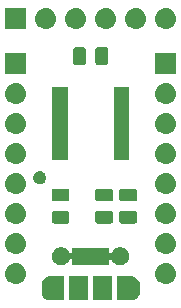
<source format=gbr>
G04 #@! TF.GenerationSoftware,KiCad,Pcbnew,(5.1.4)-1*
G04 #@! TF.CreationDate,2020-11-09T21:53:23-05:00*
G04 #@! TF.ProjectId,ft221x,66743232-3178-42e6-9b69-6361645f7063,2020-02*
G04 #@! TF.SameCoordinates,Original*
G04 #@! TF.FileFunction,Soldermask,Top*
G04 #@! TF.FilePolarity,Negative*
%FSLAX46Y46*%
G04 Gerber Fmt 4.6, Leading zero omitted, Abs format (unit mm)*
G04 Created by KiCad (PCBNEW (5.1.4)-1) date 2020-11-09 21:53:23*
%MOMM*%
%LPD*%
G04 APERTURE LIST*
%ADD10C,0.100000*%
G04 APERTURE END LIST*
D10*
G36*
X25735862Y-49765898D02*
G01*
X25748114Y-49766500D01*
X26961000Y-49766500D01*
X26961000Y-51768500D01*
X25748114Y-51768500D01*
X25735862Y-51769102D01*
X25710000Y-51771649D01*
X25684138Y-51769102D01*
X25671886Y-51768500D01*
X25598594Y-51768500D01*
X25581836Y-51759543D01*
X25570299Y-51755415D01*
X25485307Y-51729632D01*
X25459664Y-51721854D01*
X25346575Y-51661406D01*
X25247447Y-51580054D01*
X25166094Y-51480924D01*
X25105646Y-51367835D01*
X25095960Y-51335903D01*
X25068420Y-51245117D01*
X25059000Y-51149472D01*
X25059000Y-50385527D01*
X25068420Y-50289882D01*
X25105645Y-50167168D01*
X25166096Y-50054074D01*
X25183400Y-50032989D01*
X25247447Y-49954946D01*
X25346576Y-49873594D01*
X25459666Y-49813146D01*
X25459669Y-49813145D01*
X25570290Y-49779588D01*
X25592925Y-49770212D01*
X25598481Y-49766500D01*
X25671886Y-49766500D01*
X25684138Y-49765898D01*
X25710000Y-49763351D01*
X25735862Y-49765898D01*
X25735862Y-49765898D01*
G37*
G36*
X32735862Y-49765898D02*
G01*
X32748114Y-49766500D01*
X32821406Y-49766500D01*
X32838164Y-49775457D01*
X32849707Y-49779587D01*
X32960331Y-49813145D01*
X32960334Y-49813146D01*
X33073424Y-49873594D01*
X33172554Y-49954947D01*
X33253906Y-50054075D01*
X33314354Y-50167164D01*
X33315270Y-50170185D01*
X33351580Y-50289882D01*
X33361000Y-50385527D01*
X33361000Y-51149473D01*
X33351580Y-51245118D01*
X33324040Y-51335904D01*
X33314354Y-51367836D01*
X33253906Y-51480925D01*
X33172554Y-51580054D01*
X33073425Y-51661406D01*
X32960336Y-51721854D01*
X32934693Y-51729632D01*
X32849708Y-51755413D01*
X32827075Y-51764787D01*
X32821518Y-51768500D01*
X32748114Y-51768500D01*
X32735862Y-51769102D01*
X32710000Y-51771649D01*
X32684138Y-51769102D01*
X32671886Y-51768500D01*
X31459000Y-51768500D01*
X31459000Y-49766500D01*
X32671886Y-49766500D01*
X32684138Y-49765898D01*
X32710000Y-49763351D01*
X32735862Y-49765898D01*
X32735862Y-49765898D01*
G37*
G36*
X31011000Y-51768500D02*
G01*
X29409000Y-51768500D01*
X29409000Y-49766500D01*
X31011000Y-49766500D01*
X31011000Y-51768500D01*
X31011000Y-51768500D01*
G37*
G36*
X29011000Y-51768500D02*
G01*
X27409000Y-51768500D01*
X27409000Y-49766500D01*
X29011000Y-49766500D01*
X29011000Y-51768500D01*
X29011000Y-51768500D01*
G37*
G36*
X22970443Y-48635519D02*
G01*
X23036627Y-48642037D01*
X23206466Y-48693557D01*
X23362991Y-48777222D01*
X23398729Y-48806552D01*
X23500186Y-48889814D01*
X23583448Y-48991271D01*
X23612778Y-49027009D01*
X23696443Y-49183534D01*
X23747963Y-49353373D01*
X23765359Y-49530000D01*
X23747963Y-49706627D01*
X23696443Y-49876466D01*
X23612778Y-50032991D01*
X23583448Y-50068729D01*
X23500186Y-50170186D01*
X23398729Y-50253448D01*
X23362991Y-50282778D01*
X23206466Y-50366443D01*
X23036627Y-50417963D01*
X22970442Y-50424482D01*
X22904260Y-50431000D01*
X22815740Y-50431000D01*
X22749558Y-50424482D01*
X22683373Y-50417963D01*
X22513534Y-50366443D01*
X22357009Y-50282778D01*
X22321271Y-50253448D01*
X22219814Y-50170186D01*
X22136552Y-50068729D01*
X22107222Y-50032991D01*
X22023557Y-49876466D01*
X21972037Y-49706627D01*
X21954641Y-49530000D01*
X21972037Y-49353373D01*
X22023557Y-49183534D01*
X22107222Y-49027009D01*
X22136552Y-48991271D01*
X22219814Y-48889814D01*
X22321271Y-48806552D01*
X22357009Y-48777222D01*
X22513534Y-48693557D01*
X22683373Y-48642037D01*
X22749557Y-48635519D01*
X22815740Y-48629000D01*
X22904260Y-48629000D01*
X22970443Y-48635519D01*
X22970443Y-48635519D01*
G37*
G36*
X35670443Y-48635519D02*
G01*
X35736627Y-48642037D01*
X35906466Y-48693557D01*
X36062991Y-48777222D01*
X36098729Y-48806552D01*
X36200186Y-48889814D01*
X36283448Y-48991271D01*
X36312778Y-49027009D01*
X36396443Y-49183534D01*
X36447963Y-49353373D01*
X36465359Y-49530000D01*
X36447963Y-49706627D01*
X36396443Y-49876466D01*
X36312778Y-50032991D01*
X36283448Y-50068729D01*
X36200186Y-50170186D01*
X36098729Y-50253448D01*
X36062991Y-50282778D01*
X35906466Y-50366443D01*
X35736627Y-50417963D01*
X35670443Y-50424481D01*
X35604260Y-50431000D01*
X35515740Y-50431000D01*
X35449558Y-50424482D01*
X35383373Y-50417963D01*
X35213534Y-50366443D01*
X35057009Y-50282778D01*
X35021271Y-50253448D01*
X34919814Y-50170186D01*
X34836552Y-50068729D01*
X34807222Y-50032991D01*
X34723557Y-49876466D01*
X34672037Y-49706627D01*
X34654641Y-49530000D01*
X34672037Y-49353373D01*
X34723557Y-49183534D01*
X34807222Y-49027009D01*
X34836552Y-48991271D01*
X34919814Y-48889814D01*
X35021271Y-48806552D01*
X35057009Y-48777222D01*
X35213534Y-48693557D01*
X35383373Y-48642037D01*
X35449557Y-48635519D01*
X35515740Y-48629000D01*
X35604260Y-48629000D01*
X35670443Y-48635519D01*
X35670443Y-48635519D01*
G37*
G36*
X26936348Y-47321320D02*
G01*
X26936350Y-47321321D01*
X26936351Y-47321321D01*
X27077574Y-47379817D01*
X27077577Y-47379819D01*
X27204669Y-47464739D01*
X27312761Y-47572831D01*
X27351083Y-47630185D01*
X27397683Y-47699926D01*
X27415433Y-47742779D01*
X27418517Y-47750225D01*
X27430068Y-47771836D01*
X27445614Y-47790778D01*
X27464556Y-47806323D01*
X27486166Y-47817874D01*
X27509615Y-47824987D01*
X27534001Y-47827389D01*
X27558387Y-47824987D01*
X27581836Y-47817874D01*
X27603447Y-47806323D01*
X27622389Y-47790777D01*
X27637934Y-47771835D01*
X27649485Y-47750225D01*
X27656598Y-47726776D01*
X27659000Y-47702390D01*
X27659000Y-47341500D01*
X30761000Y-47341500D01*
X30761000Y-47702390D01*
X30763402Y-47726776D01*
X30770515Y-47750225D01*
X30782066Y-47771836D01*
X30797611Y-47790778D01*
X30816553Y-47806323D01*
X30838164Y-47817874D01*
X30861613Y-47824987D01*
X30885999Y-47827389D01*
X30910385Y-47824987D01*
X30933834Y-47817874D01*
X30955445Y-47806323D01*
X30974387Y-47790778D01*
X30989932Y-47771836D01*
X31001483Y-47750225D01*
X31004567Y-47742779D01*
X31022317Y-47699926D01*
X31068917Y-47630185D01*
X31107239Y-47572831D01*
X31215331Y-47464739D01*
X31342423Y-47379819D01*
X31342426Y-47379817D01*
X31483649Y-47321321D01*
X31483650Y-47321321D01*
X31483652Y-47321320D01*
X31633569Y-47291500D01*
X31786431Y-47291500D01*
X31936348Y-47321320D01*
X31936350Y-47321321D01*
X31936351Y-47321321D01*
X32077574Y-47379817D01*
X32077577Y-47379819D01*
X32204669Y-47464739D01*
X32312761Y-47572831D01*
X32351084Y-47630186D01*
X32397683Y-47699926D01*
X32456179Y-47841149D01*
X32486000Y-47991071D01*
X32486000Y-48143929D01*
X32456179Y-48293851D01*
X32397683Y-48435074D01*
X32397682Y-48435075D01*
X32397681Y-48435077D01*
X32312761Y-48562169D01*
X32204669Y-48670261D01*
X32077577Y-48755181D01*
X32077574Y-48755183D01*
X31936351Y-48813679D01*
X31936350Y-48813679D01*
X31936348Y-48813680D01*
X31786431Y-48843500D01*
X31633569Y-48843500D01*
X31483652Y-48813680D01*
X31483650Y-48813679D01*
X31483649Y-48813679D01*
X31342426Y-48755183D01*
X31342423Y-48755181D01*
X31215331Y-48670261D01*
X31107239Y-48562169D01*
X31022318Y-48435075D01*
X31022317Y-48435074D01*
X31001481Y-48384772D01*
X30989932Y-48363164D01*
X30974386Y-48344222D01*
X30955444Y-48328677D01*
X30933834Y-48317126D01*
X30910385Y-48310013D01*
X30885999Y-48307611D01*
X30861613Y-48310013D01*
X30838164Y-48317126D01*
X30816553Y-48328677D01*
X30797611Y-48344223D01*
X30782066Y-48363165D01*
X30770515Y-48384775D01*
X30763402Y-48408224D01*
X30761000Y-48432610D01*
X30761000Y-48793500D01*
X27659000Y-48793500D01*
X27659000Y-48432610D01*
X27656598Y-48408224D01*
X27649485Y-48384775D01*
X27637934Y-48363164D01*
X27622389Y-48344222D01*
X27603447Y-48328677D01*
X27581836Y-48317126D01*
X27558387Y-48310013D01*
X27534001Y-48307611D01*
X27509615Y-48310013D01*
X27486166Y-48317126D01*
X27464555Y-48328677D01*
X27445613Y-48344222D01*
X27430068Y-48363164D01*
X27418519Y-48384772D01*
X27397683Y-48435074D01*
X27397682Y-48435075D01*
X27312761Y-48562169D01*
X27204669Y-48670261D01*
X27077577Y-48755181D01*
X27077574Y-48755183D01*
X26936351Y-48813679D01*
X26936350Y-48813679D01*
X26936348Y-48813680D01*
X26786431Y-48843500D01*
X26633569Y-48843500D01*
X26483652Y-48813680D01*
X26483650Y-48813679D01*
X26483649Y-48813679D01*
X26342426Y-48755183D01*
X26342423Y-48755181D01*
X26215331Y-48670261D01*
X26107239Y-48562169D01*
X26022319Y-48435077D01*
X26022318Y-48435075D01*
X26022317Y-48435074D01*
X25963821Y-48293851D01*
X25934000Y-48143929D01*
X25934000Y-47991071D01*
X25963821Y-47841149D01*
X26022317Y-47699926D01*
X26068916Y-47630186D01*
X26107239Y-47572831D01*
X26215331Y-47464739D01*
X26342423Y-47379819D01*
X26342426Y-47379817D01*
X26483649Y-47321321D01*
X26483650Y-47321321D01*
X26483652Y-47321320D01*
X26633569Y-47291500D01*
X26786431Y-47291500D01*
X26936348Y-47321320D01*
X26936348Y-47321320D01*
G37*
G36*
X22970442Y-46095518D02*
G01*
X23036627Y-46102037D01*
X23206466Y-46153557D01*
X23362991Y-46237222D01*
X23398729Y-46266552D01*
X23500186Y-46349814D01*
X23583448Y-46451271D01*
X23612778Y-46487009D01*
X23696443Y-46643534D01*
X23747963Y-46813373D01*
X23765359Y-46990000D01*
X23747963Y-47166627D01*
X23696443Y-47336466D01*
X23612778Y-47492991D01*
X23583448Y-47528729D01*
X23500186Y-47630186D01*
X23415206Y-47699926D01*
X23362991Y-47742778D01*
X23206466Y-47826443D01*
X23036627Y-47877963D01*
X22970443Y-47884481D01*
X22904260Y-47891000D01*
X22815740Y-47891000D01*
X22749557Y-47884481D01*
X22683373Y-47877963D01*
X22513534Y-47826443D01*
X22357009Y-47742778D01*
X22304794Y-47699926D01*
X22219814Y-47630186D01*
X22136552Y-47528729D01*
X22107222Y-47492991D01*
X22023557Y-47336466D01*
X21972037Y-47166627D01*
X21954641Y-46990000D01*
X21972037Y-46813373D01*
X22023557Y-46643534D01*
X22107222Y-46487009D01*
X22136552Y-46451271D01*
X22219814Y-46349814D01*
X22321271Y-46266552D01*
X22357009Y-46237222D01*
X22513534Y-46153557D01*
X22683373Y-46102037D01*
X22749558Y-46095518D01*
X22815740Y-46089000D01*
X22904260Y-46089000D01*
X22970442Y-46095518D01*
X22970442Y-46095518D01*
G37*
G36*
X35670442Y-46095518D02*
G01*
X35736627Y-46102037D01*
X35906466Y-46153557D01*
X36062991Y-46237222D01*
X36098729Y-46266552D01*
X36200186Y-46349814D01*
X36283448Y-46451271D01*
X36312778Y-46487009D01*
X36396443Y-46643534D01*
X36447963Y-46813373D01*
X36465359Y-46990000D01*
X36447963Y-47166627D01*
X36396443Y-47336466D01*
X36312778Y-47492991D01*
X36283448Y-47528729D01*
X36200186Y-47630186D01*
X36115206Y-47699926D01*
X36062991Y-47742778D01*
X35906466Y-47826443D01*
X35736627Y-47877963D01*
X35670443Y-47884481D01*
X35604260Y-47891000D01*
X35515740Y-47891000D01*
X35449557Y-47884481D01*
X35383373Y-47877963D01*
X35213534Y-47826443D01*
X35057009Y-47742778D01*
X35004794Y-47699926D01*
X34919814Y-47630186D01*
X34836552Y-47528729D01*
X34807222Y-47492991D01*
X34723557Y-47336466D01*
X34672037Y-47166627D01*
X34654641Y-46990000D01*
X34672037Y-46813373D01*
X34723557Y-46643534D01*
X34807222Y-46487009D01*
X34836552Y-46451271D01*
X34919814Y-46349814D01*
X35021271Y-46266552D01*
X35057009Y-46237222D01*
X35213534Y-46153557D01*
X35383373Y-46102037D01*
X35449558Y-46095518D01*
X35515740Y-46089000D01*
X35604260Y-46089000D01*
X35670442Y-46095518D01*
X35670442Y-46095518D01*
G37*
G36*
X22970443Y-43555519D02*
G01*
X23036627Y-43562037D01*
X23206466Y-43613557D01*
X23362991Y-43697222D01*
X23398729Y-43726552D01*
X23500186Y-43809814D01*
X23583448Y-43911271D01*
X23612778Y-43947009D01*
X23696443Y-44103534D01*
X23747963Y-44273373D01*
X23765359Y-44450000D01*
X23747963Y-44626627D01*
X23696443Y-44796466D01*
X23612778Y-44952991D01*
X23583448Y-44988729D01*
X23500186Y-45090186D01*
X23411292Y-45163138D01*
X23362991Y-45202778D01*
X23206466Y-45286443D01*
X23036627Y-45337963D01*
X22970442Y-45344482D01*
X22904260Y-45351000D01*
X22815740Y-45351000D01*
X22749558Y-45344482D01*
X22683373Y-45337963D01*
X22513534Y-45286443D01*
X22357009Y-45202778D01*
X22308708Y-45163138D01*
X22219814Y-45090186D01*
X22136552Y-44988729D01*
X22107222Y-44952991D01*
X22023557Y-44796466D01*
X21972037Y-44626627D01*
X21954641Y-44450000D01*
X21972037Y-44273373D01*
X22023557Y-44103534D01*
X22107222Y-43947009D01*
X22136552Y-43911271D01*
X22219814Y-43809814D01*
X22321271Y-43726552D01*
X22357009Y-43697222D01*
X22513534Y-43613557D01*
X22683373Y-43562037D01*
X22749557Y-43555519D01*
X22815740Y-43549000D01*
X22904260Y-43549000D01*
X22970443Y-43555519D01*
X22970443Y-43555519D01*
G37*
G36*
X35670443Y-43555519D02*
G01*
X35736627Y-43562037D01*
X35906466Y-43613557D01*
X36062991Y-43697222D01*
X36098729Y-43726552D01*
X36200186Y-43809814D01*
X36283448Y-43911271D01*
X36312778Y-43947009D01*
X36396443Y-44103534D01*
X36447963Y-44273373D01*
X36465359Y-44450000D01*
X36447963Y-44626627D01*
X36396443Y-44796466D01*
X36312778Y-44952991D01*
X36283448Y-44988729D01*
X36200186Y-45090186D01*
X36111292Y-45163138D01*
X36062991Y-45202778D01*
X35906466Y-45286443D01*
X35736627Y-45337963D01*
X35670442Y-45344482D01*
X35604260Y-45351000D01*
X35515740Y-45351000D01*
X35449558Y-45344482D01*
X35383373Y-45337963D01*
X35213534Y-45286443D01*
X35057009Y-45202778D01*
X35008708Y-45163138D01*
X34919814Y-45090186D01*
X34836552Y-44988729D01*
X34807222Y-44952991D01*
X34723557Y-44796466D01*
X34672037Y-44626627D01*
X34654641Y-44450000D01*
X34672037Y-44273373D01*
X34723557Y-44103534D01*
X34807222Y-43947009D01*
X34836552Y-43911271D01*
X34919814Y-43809814D01*
X35021271Y-43726552D01*
X35057009Y-43697222D01*
X35213534Y-43613557D01*
X35383373Y-43562037D01*
X35449557Y-43555519D01*
X35515740Y-43549000D01*
X35604260Y-43549000D01*
X35670443Y-43555519D01*
X35670443Y-43555519D01*
G37*
G36*
X30937468Y-44218565D02*
G01*
X30976138Y-44230296D01*
X31011777Y-44249346D01*
X31043017Y-44274983D01*
X31068654Y-44306223D01*
X31087704Y-44341862D01*
X31099435Y-44380532D01*
X31104000Y-44426888D01*
X31104000Y-45078112D01*
X31099435Y-45124468D01*
X31087704Y-45163138D01*
X31068654Y-45198777D01*
X31043017Y-45230017D01*
X31011777Y-45255654D01*
X30976138Y-45274704D01*
X30937468Y-45286435D01*
X30891112Y-45291000D01*
X29814888Y-45291000D01*
X29768532Y-45286435D01*
X29729862Y-45274704D01*
X29694223Y-45255654D01*
X29662983Y-45230017D01*
X29637346Y-45198777D01*
X29618296Y-45163138D01*
X29606565Y-45124468D01*
X29602000Y-45078112D01*
X29602000Y-44426888D01*
X29606565Y-44380532D01*
X29618296Y-44341862D01*
X29637346Y-44306223D01*
X29662983Y-44274983D01*
X29694223Y-44249346D01*
X29729862Y-44230296D01*
X29768532Y-44218565D01*
X29814888Y-44214000D01*
X30891112Y-44214000D01*
X30937468Y-44218565D01*
X30937468Y-44218565D01*
G37*
G36*
X27254468Y-44218565D02*
G01*
X27293138Y-44230296D01*
X27328777Y-44249346D01*
X27360017Y-44274983D01*
X27385654Y-44306223D01*
X27404704Y-44341862D01*
X27416435Y-44380532D01*
X27421000Y-44426888D01*
X27421000Y-45078112D01*
X27416435Y-45124468D01*
X27404704Y-45163138D01*
X27385654Y-45198777D01*
X27360017Y-45230017D01*
X27328777Y-45255654D01*
X27293138Y-45274704D01*
X27254468Y-45286435D01*
X27208112Y-45291000D01*
X26131888Y-45291000D01*
X26085532Y-45286435D01*
X26046862Y-45274704D01*
X26011223Y-45255654D01*
X25979983Y-45230017D01*
X25954346Y-45198777D01*
X25935296Y-45163138D01*
X25923565Y-45124468D01*
X25919000Y-45078112D01*
X25919000Y-44426888D01*
X25923565Y-44380532D01*
X25935296Y-44341862D01*
X25954346Y-44306223D01*
X25979983Y-44274983D01*
X26011223Y-44249346D01*
X26046862Y-44230296D01*
X26085532Y-44218565D01*
X26131888Y-44214000D01*
X27208112Y-44214000D01*
X27254468Y-44218565D01*
X27254468Y-44218565D01*
G37*
G36*
X32969468Y-44218565D02*
G01*
X33008138Y-44230296D01*
X33043777Y-44249346D01*
X33075017Y-44274983D01*
X33100654Y-44306223D01*
X33119704Y-44341862D01*
X33131435Y-44380532D01*
X33136000Y-44426888D01*
X33136000Y-45078112D01*
X33131435Y-45124468D01*
X33119704Y-45163138D01*
X33100654Y-45198777D01*
X33075017Y-45230017D01*
X33043777Y-45255654D01*
X33008138Y-45274704D01*
X32969468Y-45286435D01*
X32923112Y-45291000D01*
X31846888Y-45291000D01*
X31800532Y-45286435D01*
X31761862Y-45274704D01*
X31726223Y-45255654D01*
X31694983Y-45230017D01*
X31669346Y-45198777D01*
X31650296Y-45163138D01*
X31638565Y-45124468D01*
X31634000Y-45078112D01*
X31634000Y-44426888D01*
X31638565Y-44380532D01*
X31650296Y-44341862D01*
X31669346Y-44306223D01*
X31694983Y-44274983D01*
X31726223Y-44249346D01*
X31761862Y-44230296D01*
X31800532Y-44218565D01*
X31846888Y-44214000D01*
X32923112Y-44214000D01*
X32969468Y-44218565D01*
X32969468Y-44218565D01*
G37*
G36*
X32969468Y-42343565D02*
G01*
X33008138Y-42355296D01*
X33043777Y-42374346D01*
X33075017Y-42399983D01*
X33100654Y-42431223D01*
X33119704Y-42466862D01*
X33131435Y-42505532D01*
X33136000Y-42551888D01*
X33136000Y-43203112D01*
X33131435Y-43249468D01*
X33119704Y-43288138D01*
X33100654Y-43323777D01*
X33075017Y-43355017D01*
X33043777Y-43380654D01*
X33008138Y-43399704D01*
X32969468Y-43411435D01*
X32923112Y-43416000D01*
X31846888Y-43416000D01*
X31800532Y-43411435D01*
X31761862Y-43399704D01*
X31726223Y-43380654D01*
X31694983Y-43355017D01*
X31669346Y-43323777D01*
X31650296Y-43288138D01*
X31638565Y-43249468D01*
X31634000Y-43203112D01*
X31634000Y-42551888D01*
X31638565Y-42505532D01*
X31650296Y-42466862D01*
X31669346Y-42431223D01*
X31694983Y-42399983D01*
X31726223Y-42374346D01*
X31761862Y-42355296D01*
X31800532Y-42343565D01*
X31846888Y-42339000D01*
X32923112Y-42339000D01*
X32969468Y-42343565D01*
X32969468Y-42343565D01*
G37*
G36*
X30937468Y-42343565D02*
G01*
X30976138Y-42355296D01*
X31011777Y-42374346D01*
X31043017Y-42399983D01*
X31068654Y-42431223D01*
X31087704Y-42466862D01*
X31099435Y-42505532D01*
X31104000Y-42551888D01*
X31104000Y-43203112D01*
X31099435Y-43249468D01*
X31087704Y-43288138D01*
X31068654Y-43323777D01*
X31043017Y-43355017D01*
X31011777Y-43380654D01*
X30976138Y-43399704D01*
X30937468Y-43411435D01*
X30891112Y-43416000D01*
X29814888Y-43416000D01*
X29768532Y-43411435D01*
X29729862Y-43399704D01*
X29694223Y-43380654D01*
X29662983Y-43355017D01*
X29637346Y-43323777D01*
X29618296Y-43288138D01*
X29606565Y-43249468D01*
X29602000Y-43203112D01*
X29602000Y-42551888D01*
X29606565Y-42505532D01*
X29618296Y-42466862D01*
X29637346Y-42431223D01*
X29662983Y-42399983D01*
X29694223Y-42374346D01*
X29729862Y-42355296D01*
X29768532Y-42343565D01*
X29814888Y-42339000D01*
X30891112Y-42339000D01*
X30937468Y-42343565D01*
X30937468Y-42343565D01*
G37*
G36*
X27254468Y-42343565D02*
G01*
X27293138Y-42355296D01*
X27328777Y-42374346D01*
X27360017Y-42399983D01*
X27385654Y-42431223D01*
X27404704Y-42466862D01*
X27416435Y-42505532D01*
X27421000Y-42551888D01*
X27421000Y-43203112D01*
X27416435Y-43249468D01*
X27404704Y-43288138D01*
X27385654Y-43323777D01*
X27360017Y-43355017D01*
X27328777Y-43380654D01*
X27293138Y-43399704D01*
X27254468Y-43411435D01*
X27208112Y-43416000D01*
X26131888Y-43416000D01*
X26085532Y-43411435D01*
X26046862Y-43399704D01*
X26011223Y-43380654D01*
X25979983Y-43355017D01*
X25954346Y-43323777D01*
X25935296Y-43288138D01*
X25923565Y-43249468D01*
X25919000Y-43203112D01*
X25919000Y-42551888D01*
X25923565Y-42505532D01*
X25935296Y-42466862D01*
X25954346Y-42431223D01*
X25979983Y-42399983D01*
X26011223Y-42374346D01*
X26046862Y-42355296D01*
X26085532Y-42343565D01*
X26131888Y-42339000D01*
X27208112Y-42339000D01*
X27254468Y-42343565D01*
X27254468Y-42343565D01*
G37*
G36*
X35670442Y-41015518D02*
G01*
X35736627Y-41022037D01*
X35906466Y-41073557D01*
X36062991Y-41157222D01*
X36098729Y-41186552D01*
X36200186Y-41269814D01*
X36283448Y-41371271D01*
X36312778Y-41407009D01*
X36312779Y-41407011D01*
X36396009Y-41562721D01*
X36396443Y-41563534D01*
X36447963Y-41733373D01*
X36465359Y-41910000D01*
X36447963Y-42086627D01*
X36396443Y-42256466D01*
X36312778Y-42412991D01*
X36308781Y-42417861D01*
X36200186Y-42550186D01*
X36098729Y-42633448D01*
X36062991Y-42662778D01*
X35906466Y-42746443D01*
X35736627Y-42797963D01*
X35670443Y-42804481D01*
X35604260Y-42811000D01*
X35515740Y-42811000D01*
X35449557Y-42804481D01*
X35383373Y-42797963D01*
X35213534Y-42746443D01*
X35057009Y-42662778D01*
X35021271Y-42633448D01*
X34919814Y-42550186D01*
X34811219Y-42417861D01*
X34807222Y-42412991D01*
X34723557Y-42256466D01*
X34672037Y-42086627D01*
X34654641Y-41910000D01*
X34672037Y-41733373D01*
X34723557Y-41563534D01*
X34723992Y-41562721D01*
X34807221Y-41407011D01*
X34807222Y-41407009D01*
X34836552Y-41371271D01*
X34919814Y-41269814D01*
X35021271Y-41186552D01*
X35057009Y-41157222D01*
X35213534Y-41073557D01*
X35383373Y-41022037D01*
X35449558Y-41015518D01*
X35515740Y-41009000D01*
X35604260Y-41009000D01*
X35670442Y-41015518D01*
X35670442Y-41015518D01*
G37*
G36*
X22970442Y-41015518D02*
G01*
X23036627Y-41022037D01*
X23206466Y-41073557D01*
X23362991Y-41157222D01*
X23398729Y-41186552D01*
X23500186Y-41269814D01*
X23583448Y-41371271D01*
X23612778Y-41407009D01*
X23612779Y-41407011D01*
X23696009Y-41562721D01*
X23696443Y-41563534D01*
X23747963Y-41733373D01*
X23765359Y-41910000D01*
X23747963Y-42086627D01*
X23696443Y-42256466D01*
X23612778Y-42412991D01*
X23608781Y-42417861D01*
X23500186Y-42550186D01*
X23398729Y-42633448D01*
X23362991Y-42662778D01*
X23206466Y-42746443D01*
X23036627Y-42797963D01*
X22970443Y-42804481D01*
X22904260Y-42811000D01*
X22815740Y-42811000D01*
X22749557Y-42804481D01*
X22683373Y-42797963D01*
X22513534Y-42746443D01*
X22357009Y-42662778D01*
X22321271Y-42633448D01*
X22219814Y-42550186D01*
X22111219Y-42417861D01*
X22107222Y-42412991D01*
X22023557Y-42256466D01*
X21972037Y-42086627D01*
X21954641Y-41910000D01*
X21972037Y-41733373D01*
X22023557Y-41563534D01*
X22023992Y-41562721D01*
X22107221Y-41407011D01*
X22107222Y-41407009D01*
X22136552Y-41371271D01*
X22219814Y-41269814D01*
X22321271Y-41186552D01*
X22357009Y-41157222D01*
X22513534Y-41073557D01*
X22683373Y-41022037D01*
X22749558Y-41015518D01*
X22815740Y-41009000D01*
X22904260Y-41009000D01*
X22970442Y-41015518D01*
X22970442Y-41015518D01*
G37*
G36*
X25052721Y-40872174D02*
G01*
X25152995Y-40913709D01*
X25152996Y-40913710D01*
X25243242Y-40974010D01*
X25319990Y-41050758D01*
X25319991Y-41050760D01*
X25380291Y-41141005D01*
X25421826Y-41241279D01*
X25443000Y-41347730D01*
X25443000Y-41456270D01*
X25421826Y-41562721D01*
X25380291Y-41662995D01*
X25380290Y-41662996D01*
X25319990Y-41753242D01*
X25243242Y-41829990D01*
X25197812Y-41860345D01*
X25152995Y-41890291D01*
X25052721Y-41931826D01*
X24946270Y-41953000D01*
X24837730Y-41953000D01*
X24731279Y-41931826D01*
X24631005Y-41890291D01*
X24586188Y-41860345D01*
X24540758Y-41829990D01*
X24464010Y-41753242D01*
X24403710Y-41662996D01*
X24403709Y-41662995D01*
X24362174Y-41562721D01*
X24341000Y-41456270D01*
X24341000Y-41347730D01*
X24362174Y-41241279D01*
X24403709Y-41141005D01*
X24464009Y-41050760D01*
X24464010Y-41050758D01*
X24540758Y-40974010D01*
X24631004Y-40913710D01*
X24631005Y-40913709D01*
X24731279Y-40872174D01*
X24837730Y-40851000D01*
X24946270Y-40851000D01*
X25052721Y-40872174D01*
X25052721Y-40872174D01*
G37*
G36*
X22970443Y-38475519D02*
G01*
X23036627Y-38482037D01*
X23206466Y-38533557D01*
X23362991Y-38617222D01*
X23398729Y-38646552D01*
X23500186Y-38729814D01*
X23559016Y-38801500D01*
X23612778Y-38867009D01*
X23696443Y-39023534D01*
X23747963Y-39193373D01*
X23765359Y-39370000D01*
X23747963Y-39546627D01*
X23696443Y-39716466D01*
X23612778Y-39872991D01*
X23583448Y-39908729D01*
X23500186Y-40010186D01*
X23398729Y-40093448D01*
X23362991Y-40122778D01*
X23206466Y-40206443D01*
X23036627Y-40257963D01*
X22970443Y-40264481D01*
X22904260Y-40271000D01*
X22815740Y-40271000D01*
X22749557Y-40264481D01*
X22683373Y-40257963D01*
X22513534Y-40206443D01*
X22357009Y-40122778D01*
X22321271Y-40093448D01*
X22219814Y-40010186D01*
X22136552Y-39908729D01*
X22107222Y-39872991D01*
X22023557Y-39716466D01*
X21972037Y-39546627D01*
X21954641Y-39370000D01*
X21972037Y-39193373D01*
X22023557Y-39023534D01*
X22107222Y-38867009D01*
X22160984Y-38801500D01*
X22219814Y-38729814D01*
X22321271Y-38646552D01*
X22357009Y-38617222D01*
X22513534Y-38533557D01*
X22683373Y-38482037D01*
X22749557Y-38475519D01*
X22815740Y-38469000D01*
X22904260Y-38469000D01*
X22970443Y-38475519D01*
X22970443Y-38475519D01*
G37*
G36*
X35670443Y-38475519D02*
G01*
X35736627Y-38482037D01*
X35906466Y-38533557D01*
X36062991Y-38617222D01*
X36098729Y-38646552D01*
X36200186Y-38729814D01*
X36259016Y-38801500D01*
X36312778Y-38867009D01*
X36396443Y-39023534D01*
X36447963Y-39193373D01*
X36465359Y-39370000D01*
X36447963Y-39546627D01*
X36396443Y-39716466D01*
X36312778Y-39872991D01*
X36283448Y-39908729D01*
X36200186Y-40010186D01*
X36098729Y-40093448D01*
X36062991Y-40122778D01*
X35906466Y-40206443D01*
X35736627Y-40257963D01*
X35670443Y-40264481D01*
X35604260Y-40271000D01*
X35515740Y-40271000D01*
X35449557Y-40264481D01*
X35383373Y-40257963D01*
X35213534Y-40206443D01*
X35057009Y-40122778D01*
X35021271Y-40093448D01*
X34919814Y-40010186D01*
X34836552Y-39908729D01*
X34807222Y-39872991D01*
X34723557Y-39716466D01*
X34672037Y-39546627D01*
X34654641Y-39370000D01*
X34672037Y-39193373D01*
X34723557Y-39023534D01*
X34807222Y-38867009D01*
X34860984Y-38801500D01*
X34919814Y-38729814D01*
X35021271Y-38646552D01*
X35057009Y-38617222D01*
X35213534Y-38533557D01*
X35383373Y-38482037D01*
X35449557Y-38475519D01*
X35515740Y-38469000D01*
X35604260Y-38469000D01*
X35670443Y-38475519D01*
X35670443Y-38475519D01*
G37*
G36*
X27261000Y-39938500D02*
G01*
X25959000Y-39938500D01*
X25959000Y-33721500D01*
X27261000Y-33721500D01*
X27261000Y-39938500D01*
X27261000Y-39938500D01*
G37*
G36*
X32461000Y-39938500D02*
G01*
X31159000Y-39938500D01*
X31159000Y-33721500D01*
X32461000Y-33721500D01*
X32461000Y-39938500D01*
X32461000Y-39938500D01*
G37*
G36*
X22970442Y-35935518D02*
G01*
X23036627Y-35942037D01*
X23206466Y-35993557D01*
X23362991Y-36077222D01*
X23398729Y-36106552D01*
X23500186Y-36189814D01*
X23559016Y-36261500D01*
X23612778Y-36327009D01*
X23696443Y-36483534D01*
X23747963Y-36653373D01*
X23765359Y-36830000D01*
X23747963Y-37006627D01*
X23696443Y-37176466D01*
X23612778Y-37332991D01*
X23583448Y-37368729D01*
X23500186Y-37470186D01*
X23398729Y-37553448D01*
X23362991Y-37582778D01*
X23206466Y-37666443D01*
X23036627Y-37717963D01*
X22970443Y-37724481D01*
X22904260Y-37731000D01*
X22815740Y-37731000D01*
X22749557Y-37724481D01*
X22683373Y-37717963D01*
X22513534Y-37666443D01*
X22357009Y-37582778D01*
X22321271Y-37553448D01*
X22219814Y-37470186D01*
X22136552Y-37368729D01*
X22107222Y-37332991D01*
X22023557Y-37176466D01*
X21972037Y-37006627D01*
X21954641Y-36830000D01*
X21972037Y-36653373D01*
X22023557Y-36483534D01*
X22107222Y-36327009D01*
X22160984Y-36261500D01*
X22219814Y-36189814D01*
X22321271Y-36106552D01*
X22357009Y-36077222D01*
X22513534Y-35993557D01*
X22683373Y-35942037D01*
X22749558Y-35935518D01*
X22815740Y-35929000D01*
X22904260Y-35929000D01*
X22970442Y-35935518D01*
X22970442Y-35935518D01*
G37*
G36*
X35670442Y-35935518D02*
G01*
X35736627Y-35942037D01*
X35906466Y-35993557D01*
X36062991Y-36077222D01*
X36098729Y-36106552D01*
X36200186Y-36189814D01*
X36259016Y-36261500D01*
X36312778Y-36327009D01*
X36396443Y-36483534D01*
X36447963Y-36653373D01*
X36465359Y-36830000D01*
X36447963Y-37006627D01*
X36396443Y-37176466D01*
X36312778Y-37332991D01*
X36283448Y-37368729D01*
X36200186Y-37470186D01*
X36098729Y-37553448D01*
X36062991Y-37582778D01*
X35906466Y-37666443D01*
X35736627Y-37717963D01*
X35670443Y-37724481D01*
X35604260Y-37731000D01*
X35515740Y-37731000D01*
X35449557Y-37724481D01*
X35383373Y-37717963D01*
X35213534Y-37666443D01*
X35057009Y-37582778D01*
X35021271Y-37553448D01*
X34919814Y-37470186D01*
X34836552Y-37368729D01*
X34807222Y-37332991D01*
X34723557Y-37176466D01*
X34672037Y-37006627D01*
X34654641Y-36830000D01*
X34672037Y-36653373D01*
X34723557Y-36483534D01*
X34807222Y-36327009D01*
X34860984Y-36261500D01*
X34919814Y-36189814D01*
X35021271Y-36106552D01*
X35057009Y-36077222D01*
X35213534Y-35993557D01*
X35383373Y-35942037D01*
X35449558Y-35935518D01*
X35515740Y-35929000D01*
X35604260Y-35929000D01*
X35670442Y-35935518D01*
X35670442Y-35935518D01*
G37*
G36*
X35670442Y-33395518D02*
G01*
X35736627Y-33402037D01*
X35906466Y-33453557D01*
X36062991Y-33537222D01*
X36098729Y-33566552D01*
X36200186Y-33649814D01*
X36259016Y-33721500D01*
X36312778Y-33787009D01*
X36396443Y-33943534D01*
X36447963Y-34113373D01*
X36465359Y-34290000D01*
X36447963Y-34466627D01*
X36396443Y-34636466D01*
X36312778Y-34792991D01*
X36283448Y-34828729D01*
X36200186Y-34930186D01*
X36098729Y-35013448D01*
X36062991Y-35042778D01*
X35906466Y-35126443D01*
X35736627Y-35177963D01*
X35670442Y-35184482D01*
X35604260Y-35191000D01*
X35515740Y-35191000D01*
X35449558Y-35184482D01*
X35383373Y-35177963D01*
X35213534Y-35126443D01*
X35057009Y-35042778D01*
X35021271Y-35013448D01*
X34919814Y-34930186D01*
X34836552Y-34828729D01*
X34807222Y-34792991D01*
X34723557Y-34636466D01*
X34672037Y-34466627D01*
X34654641Y-34290000D01*
X34672037Y-34113373D01*
X34723557Y-33943534D01*
X34807222Y-33787009D01*
X34860984Y-33721500D01*
X34919814Y-33649814D01*
X35021271Y-33566552D01*
X35057009Y-33537222D01*
X35213534Y-33453557D01*
X35383373Y-33402037D01*
X35449558Y-33395518D01*
X35515740Y-33389000D01*
X35604260Y-33389000D01*
X35670442Y-33395518D01*
X35670442Y-33395518D01*
G37*
G36*
X22970442Y-33395518D02*
G01*
X23036627Y-33402037D01*
X23206466Y-33453557D01*
X23362991Y-33537222D01*
X23398729Y-33566552D01*
X23500186Y-33649814D01*
X23559016Y-33721500D01*
X23612778Y-33787009D01*
X23696443Y-33943534D01*
X23747963Y-34113373D01*
X23765359Y-34290000D01*
X23747963Y-34466627D01*
X23696443Y-34636466D01*
X23612778Y-34792991D01*
X23583448Y-34828729D01*
X23500186Y-34930186D01*
X23398729Y-35013448D01*
X23362991Y-35042778D01*
X23206466Y-35126443D01*
X23036627Y-35177963D01*
X22970442Y-35184482D01*
X22904260Y-35191000D01*
X22815740Y-35191000D01*
X22749558Y-35184482D01*
X22683373Y-35177963D01*
X22513534Y-35126443D01*
X22357009Y-35042778D01*
X22321271Y-35013448D01*
X22219814Y-34930186D01*
X22136552Y-34828729D01*
X22107222Y-34792991D01*
X22023557Y-34636466D01*
X21972037Y-34466627D01*
X21954641Y-34290000D01*
X21972037Y-34113373D01*
X22023557Y-33943534D01*
X22107222Y-33787009D01*
X22160984Y-33721500D01*
X22219814Y-33649814D01*
X22321271Y-33566552D01*
X22357009Y-33537222D01*
X22513534Y-33453557D01*
X22683373Y-33402037D01*
X22749558Y-33395518D01*
X22815740Y-33389000D01*
X22904260Y-33389000D01*
X22970442Y-33395518D01*
X22970442Y-33395518D01*
G37*
G36*
X36461000Y-32651000D02*
G01*
X34659000Y-32651000D01*
X34659000Y-30849000D01*
X36461000Y-30849000D01*
X36461000Y-32651000D01*
X36461000Y-32651000D01*
G37*
G36*
X23761000Y-32651000D02*
G01*
X21959000Y-32651000D01*
X21959000Y-30849000D01*
X23761000Y-30849000D01*
X23761000Y-32651000D01*
X23761000Y-32651000D01*
G37*
G36*
X30519468Y-30368565D02*
G01*
X30558138Y-30380296D01*
X30593777Y-30399346D01*
X30625017Y-30424983D01*
X30650654Y-30456223D01*
X30669704Y-30491862D01*
X30681435Y-30530532D01*
X30686000Y-30576888D01*
X30686000Y-31653112D01*
X30681435Y-31699468D01*
X30669704Y-31738138D01*
X30650654Y-31773777D01*
X30625017Y-31805017D01*
X30593777Y-31830654D01*
X30558138Y-31849704D01*
X30519468Y-31861435D01*
X30473112Y-31866000D01*
X29821888Y-31866000D01*
X29775532Y-31861435D01*
X29736862Y-31849704D01*
X29701223Y-31830654D01*
X29669983Y-31805017D01*
X29644346Y-31773777D01*
X29625296Y-31738138D01*
X29613565Y-31699468D01*
X29609000Y-31653112D01*
X29609000Y-30576888D01*
X29613565Y-30530532D01*
X29625296Y-30491862D01*
X29644346Y-30456223D01*
X29669983Y-30424983D01*
X29701223Y-30399346D01*
X29736862Y-30380296D01*
X29775532Y-30368565D01*
X29821888Y-30364000D01*
X30473112Y-30364000D01*
X30519468Y-30368565D01*
X30519468Y-30368565D01*
G37*
G36*
X28644468Y-30368565D02*
G01*
X28683138Y-30380296D01*
X28718777Y-30399346D01*
X28750017Y-30424983D01*
X28775654Y-30456223D01*
X28794704Y-30491862D01*
X28806435Y-30530532D01*
X28811000Y-30576888D01*
X28811000Y-31653112D01*
X28806435Y-31699468D01*
X28794704Y-31738138D01*
X28775654Y-31773777D01*
X28750017Y-31805017D01*
X28718777Y-31830654D01*
X28683138Y-31849704D01*
X28644468Y-31861435D01*
X28598112Y-31866000D01*
X27946888Y-31866000D01*
X27900532Y-31861435D01*
X27861862Y-31849704D01*
X27826223Y-31830654D01*
X27794983Y-31805017D01*
X27769346Y-31773777D01*
X27750296Y-31738138D01*
X27738565Y-31699468D01*
X27734000Y-31653112D01*
X27734000Y-30576888D01*
X27738565Y-30530532D01*
X27750296Y-30491862D01*
X27769346Y-30456223D01*
X27794983Y-30424983D01*
X27826223Y-30399346D01*
X27861862Y-30380296D01*
X27900532Y-30368565D01*
X27946888Y-30364000D01*
X28598112Y-30364000D01*
X28644468Y-30368565D01*
X28644468Y-30368565D01*
G37*
G36*
X30590443Y-27045519D02*
G01*
X30656627Y-27052037D01*
X30826466Y-27103557D01*
X30982991Y-27187222D01*
X31018729Y-27216552D01*
X31120186Y-27299814D01*
X31203448Y-27401271D01*
X31232778Y-27437009D01*
X31316443Y-27593534D01*
X31367963Y-27763373D01*
X31385359Y-27940000D01*
X31367963Y-28116627D01*
X31316443Y-28286466D01*
X31232778Y-28442991D01*
X31203448Y-28478729D01*
X31120186Y-28580186D01*
X31018729Y-28663448D01*
X30982991Y-28692778D01*
X30826466Y-28776443D01*
X30656627Y-28827963D01*
X30590442Y-28834482D01*
X30524260Y-28841000D01*
X30435740Y-28841000D01*
X30369558Y-28834482D01*
X30303373Y-28827963D01*
X30133534Y-28776443D01*
X29977009Y-28692778D01*
X29941271Y-28663448D01*
X29839814Y-28580186D01*
X29756552Y-28478729D01*
X29727222Y-28442991D01*
X29643557Y-28286466D01*
X29592037Y-28116627D01*
X29574641Y-27940000D01*
X29592037Y-27763373D01*
X29643557Y-27593534D01*
X29727222Y-27437009D01*
X29756552Y-27401271D01*
X29839814Y-27299814D01*
X29941271Y-27216552D01*
X29977009Y-27187222D01*
X30133534Y-27103557D01*
X30303373Y-27052037D01*
X30369557Y-27045519D01*
X30435740Y-27039000D01*
X30524260Y-27039000D01*
X30590443Y-27045519D01*
X30590443Y-27045519D01*
G37*
G36*
X28050443Y-27045519D02*
G01*
X28116627Y-27052037D01*
X28286466Y-27103557D01*
X28442991Y-27187222D01*
X28478729Y-27216552D01*
X28580186Y-27299814D01*
X28663448Y-27401271D01*
X28692778Y-27437009D01*
X28776443Y-27593534D01*
X28827963Y-27763373D01*
X28845359Y-27940000D01*
X28827963Y-28116627D01*
X28776443Y-28286466D01*
X28692778Y-28442991D01*
X28663448Y-28478729D01*
X28580186Y-28580186D01*
X28478729Y-28663448D01*
X28442991Y-28692778D01*
X28286466Y-28776443D01*
X28116627Y-28827963D01*
X28050442Y-28834482D01*
X27984260Y-28841000D01*
X27895740Y-28841000D01*
X27829558Y-28834482D01*
X27763373Y-28827963D01*
X27593534Y-28776443D01*
X27437009Y-28692778D01*
X27401271Y-28663448D01*
X27299814Y-28580186D01*
X27216552Y-28478729D01*
X27187222Y-28442991D01*
X27103557Y-28286466D01*
X27052037Y-28116627D01*
X27034641Y-27940000D01*
X27052037Y-27763373D01*
X27103557Y-27593534D01*
X27187222Y-27437009D01*
X27216552Y-27401271D01*
X27299814Y-27299814D01*
X27401271Y-27216552D01*
X27437009Y-27187222D01*
X27593534Y-27103557D01*
X27763373Y-27052037D01*
X27829557Y-27045519D01*
X27895740Y-27039000D01*
X27984260Y-27039000D01*
X28050443Y-27045519D01*
X28050443Y-27045519D01*
G37*
G36*
X25510443Y-27045519D02*
G01*
X25576627Y-27052037D01*
X25746466Y-27103557D01*
X25902991Y-27187222D01*
X25938729Y-27216552D01*
X26040186Y-27299814D01*
X26123448Y-27401271D01*
X26152778Y-27437009D01*
X26236443Y-27593534D01*
X26287963Y-27763373D01*
X26305359Y-27940000D01*
X26287963Y-28116627D01*
X26236443Y-28286466D01*
X26152778Y-28442991D01*
X26123448Y-28478729D01*
X26040186Y-28580186D01*
X25938729Y-28663448D01*
X25902991Y-28692778D01*
X25746466Y-28776443D01*
X25576627Y-28827963D01*
X25510442Y-28834482D01*
X25444260Y-28841000D01*
X25355740Y-28841000D01*
X25289558Y-28834482D01*
X25223373Y-28827963D01*
X25053534Y-28776443D01*
X24897009Y-28692778D01*
X24861271Y-28663448D01*
X24759814Y-28580186D01*
X24676552Y-28478729D01*
X24647222Y-28442991D01*
X24563557Y-28286466D01*
X24512037Y-28116627D01*
X24494641Y-27940000D01*
X24512037Y-27763373D01*
X24563557Y-27593534D01*
X24647222Y-27437009D01*
X24676552Y-27401271D01*
X24759814Y-27299814D01*
X24861271Y-27216552D01*
X24897009Y-27187222D01*
X25053534Y-27103557D01*
X25223373Y-27052037D01*
X25289557Y-27045519D01*
X25355740Y-27039000D01*
X25444260Y-27039000D01*
X25510443Y-27045519D01*
X25510443Y-27045519D01*
G37*
G36*
X23761000Y-28841000D02*
G01*
X21959000Y-28841000D01*
X21959000Y-27039000D01*
X23761000Y-27039000D01*
X23761000Y-28841000D01*
X23761000Y-28841000D01*
G37*
G36*
X33130443Y-27045519D02*
G01*
X33196627Y-27052037D01*
X33366466Y-27103557D01*
X33522991Y-27187222D01*
X33558729Y-27216552D01*
X33660186Y-27299814D01*
X33743448Y-27401271D01*
X33772778Y-27437009D01*
X33856443Y-27593534D01*
X33907963Y-27763373D01*
X33925359Y-27940000D01*
X33907963Y-28116627D01*
X33856443Y-28286466D01*
X33772778Y-28442991D01*
X33743448Y-28478729D01*
X33660186Y-28580186D01*
X33558729Y-28663448D01*
X33522991Y-28692778D01*
X33366466Y-28776443D01*
X33196627Y-28827963D01*
X33130442Y-28834482D01*
X33064260Y-28841000D01*
X32975740Y-28841000D01*
X32909558Y-28834482D01*
X32843373Y-28827963D01*
X32673534Y-28776443D01*
X32517009Y-28692778D01*
X32481271Y-28663448D01*
X32379814Y-28580186D01*
X32296552Y-28478729D01*
X32267222Y-28442991D01*
X32183557Y-28286466D01*
X32132037Y-28116627D01*
X32114641Y-27940000D01*
X32132037Y-27763373D01*
X32183557Y-27593534D01*
X32267222Y-27437009D01*
X32296552Y-27401271D01*
X32379814Y-27299814D01*
X32481271Y-27216552D01*
X32517009Y-27187222D01*
X32673534Y-27103557D01*
X32843373Y-27052037D01*
X32909557Y-27045519D01*
X32975740Y-27039000D01*
X33064260Y-27039000D01*
X33130443Y-27045519D01*
X33130443Y-27045519D01*
G37*
G36*
X35670443Y-27045519D02*
G01*
X35736627Y-27052037D01*
X35906466Y-27103557D01*
X36062991Y-27187222D01*
X36098729Y-27216552D01*
X36200186Y-27299814D01*
X36283448Y-27401271D01*
X36312778Y-27437009D01*
X36396443Y-27593534D01*
X36447963Y-27763373D01*
X36465359Y-27940000D01*
X36447963Y-28116627D01*
X36396443Y-28286466D01*
X36312778Y-28442991D01*
X36283448Y-28478729D01*
X36200186Y-28580186D01*
X36098729Y-28663448D01*
X36062991Y-28692778D01*
X35906466Y-28776443D01*
X35736627Y-28827963D01*
X35670442Y-28834482D01*
X35604260Y-28841000D01*
X35515740Y-28841000D01*
X35449558Y-28834482D01*
X35383373Y-28827963D01*
X35213534Y-28776443D01*
X35057009Y-28692778D01*
X35021271Y-28663448D01*
X34919814Y-28580186D01*
X34836552Y-28478729D01*
X34807222Y-28442991D01*
X34723557Y-28286466D01*
X34672037Y-28116627D01*
X34654641Y-27940000D01*
X34672037Y-27763373D01*
X34723557Y-27593534D01*
X34807222Y-27437009D01*
X34836552Y-27401271D01*
X34919814Y-27299814D01*
X35021271Y-27216552D01*
X35057009Y-27187222D01*
X35213534Y-27103557D01*
X35383373Y-27052037D01*
X35449557Y-27045519D01*
X35515740Y-27039000D01*
X35604260Y-27039000D01*
X35670443Y-27045519D01*
X35670443Y-27045519D01*
G37*
M02*

</source>
